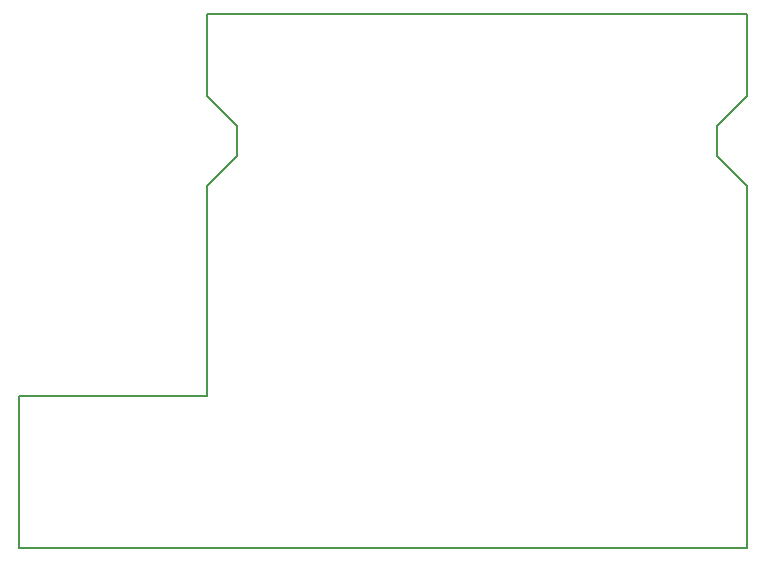
<source format=gbr>
G04 start of page 3 for group 1 idx 12 *
G04 Title: (unknown), outline *
G04 Creator: pcb 4.2.0 *
G04 CreationDate: Sat Aug 29 22:46:39 2020 UTC *
G04 For: commonadmin *
G04 Format: Gerber/RS-274X *
G04 PCB-Dimensions (mil): 3500.00 4250.00 *
G04 PCB-Coordinate-Origin: lower left *
%MOIN*%
%FSLAX25Y25*%
%LNOUTLINE*%
%ADD30C,0.0060*%
G54D30*X296000Y129500D02*X53500D01*
X296000Y307500D02*X116000D01*
X296000D02*Y280000D01*
Y250000D02*Y129500D01*
Y280000D02*X286000Y270000D01*
Y260000D01*
X296000Y250000D01*
X116000Y280000D02*X126000Y270000D01*
Y260000D01*
X116000Y250000D01*
Y180000D02*X53500D01*
Y129500D01*
X116000Y307500D02*Y280000D01*
Y250000D02*Y180000D01*
M02*

</source>
